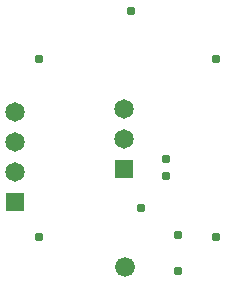
<source format=gbs>
%FSLAX25Y25*%
%MOIN*%
G70*
G01*
G75*
G04 Layer_Color=16711935*
%ADD10R,0.03347X0.02756*%
%ADD11R,0.02756X0.05118*%
%ADD12R,0.03543X0.02756*%
%ADD13R,0.03543X0.03150*%
%ADD14C,0.01969*%
%ADD15C,0.00984*%
%ADD16C,0.01181*%
%ADD17C,0.01575*%
%ADD18C,0.06000*%
%ADD19C,0.05906*%
%ADD20R,0.05906X0.05906*%
%ADD21C,0.02500*%
%ADD22C,0.00787*%
%ADD23C,0.00050*%
%ADD24C,0.00606*%
%ADD25C,0.01000*%
%ADD26R,0.03937X0.03347*%
%ADD27R,0.03347X0.05709*%
%ADD28R,0.04134X0.03347*%
%ADD29R,0.04134X0.03740*%
%ADD30C,0.06591*%
%ADD31C,0.06496*%
%ADD32R,0.06496X0.06496*%
%ADD33C,0.03091*%
D30*
X541339Y383071D02*
D03*
D31*
X540945Y435748D02*
D03*
Y425748D02*
D03*
X504724Y414724D02*
D03*
Y424724D02*
D03*
Y434724D02*
D03*
D32*
X540945Y415748D02*
D03*
X504724Y404724D02*
D03*
D33*
X555118Y413386D02*
D03*
Y419291D02*
D03*
X571654Y393307D02*
D03*
X559055Y393701D02*
D03*
X543307Y468504D02*
D03*
X571654Y452362D02*
D03*
X559055Y381890D02*
D03*
X512598Y452362D02*
D03*
Y393307D02*
D03*
X546701Y402883D02*
D03*
M02*

</source>
